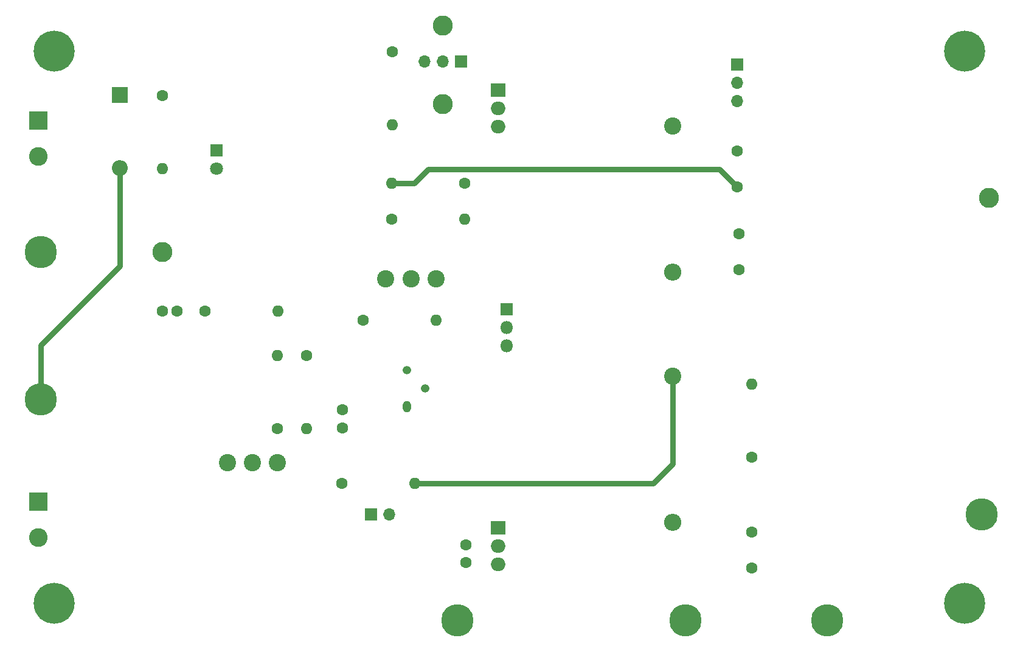
<source format=gbr>
%TF.GenerationSoftware,KiCad,Pcbnew,(7.0.0)*%
%TF.CreationDate,2023-03-04T17:30:07+02:00*%
%TF.ProjectId,amplif de putere,616d706c-6966-4206-9465-207075746572,rev?*%
%TF.SameCoordinates,Original*%
%TF.FileFunction,Copper,L2,Bot*%
%TF.FilePolarity,Positive*%
%FSLAX46Y46*%
G04 Gerber Fmt 4.6, Leading zero omitted, Abs format (unit mm)*
G04 Created by KiCad (PCBNEW (7.0.0)) date 2023-03-04 17:30:07*
%MOMM*%
%LPD*%
G01*
G04 APERTURE LIST*
%TA.AperFunction,ComponentPad*%
%ADD10R,1.800000X1.800000*%
%TD*%
%TA.AperFunction,ComponentPad*%
%ADD11C,1.800000*%
%TD*%
%TA.AperFunction,ComponentPad*%
%ADD12C,1.600000*%
%TD*%
%TA.AperFunction,ComponentPad*%
%ADD13O,1.600000X1.600000*%
%TD*%
%TA.AperFunction,ConnectorPad*%
%ADD14C,5.700000*%
%TD*%
%TA.AperFunction,ComponentPad*%
%ADD15C,3.600000*%
%TD*%
%TA.AperFunction,ComponentPad*%
%ADD16C,2.400000*%
%TD*%
%TA.AperFunction,ComponentPad*%
%ADD17C,4.500000*%
%TD*%
%TA.AperFunction,ComponentPad*%
%ADD18O,2.400000X2.400000*%
%TD*%
%TA.AperFunction,ComponentPad*%
%ADD19R,1.700000X1.700000*%
%TD*%
%TA.AperFunction,ComponentPad*%
%ADD20O,1.700000X1.700000*%
%TD*%
%TA.AperFunction,ComponentPad*%
%ADD21C,2.800000*%
%TD*%
%TA.AperFunction,ComponentPad*%
%ADD22R,2.000000X1.905000*%
%TD*%
%TA.AperFunction,ComponentPad*%
%ADD23O,2.000000X1.905000*%
%TD*%
%TA.AperFunction,ComponentPad*%
%ADD24R,2.600000X2.600000*%
%TD*%
%TA.AperFunction,ComponentPad*%
%ADD25C,2.600000*%
%TD*%
%TA.AperFunction,ComponentPad*%
%ADD26R,2.200000X2.200000*%
%TD*%
%TA.AperFunction,ComponentPad*%
%ADD27O,2.200000X2.200000*%
%TD*%
%TA.AperFunction,ComponentPad*%
%ADD28O,1.800000X1.800000*%
%TD*%
%TA.AperFunction,ComponentPad*%
%ADD29O,1.200000X1.600000*%
%TD*%
%TA.AperFunction,ComponentPad*%
%ADD30O,1.200000X1.200000*%
%TD*%
%TA.AperFunction,Conductor*%
%ADD31C,0.800000*%
%TD*%
G04 APERTURE END LIST*
D10*
%TO.P,D1,1,K*%
%TO.N,GND*%
X110485874Y-70368924D03*
D11*
%TO.P,D1,2,A*%
%TO.N,Net-(D1-Pad2)*%
X110485875Y-72908925D03*
%TD*%
D12*
%TO.P,C3,1*%
%TO.N,Net-(C3-Pad1)*%
X183250000Y-87000000D03*
%TO.P,C3,2*%
%TO.N,Net-(C3-Pad2)*%
X183250000Y-82000000D03*
%TD*%
%TO.P,R2,1*%
%TO.N,Net-(P2-Pad1)*%
X119000000Y-109080000D03*
D13*
%TO.P,R2,2*%
%TO.N,Net-(Ccmp1-Pad2)*%
X118999999Y-98919999D03*
%TD*%
D14*
%TO.P,H1,1*%
%TO.N,N/C*%
X214680000Y-133400000D03*
D15*
X214680000Y-133400000D03*
%TD*%
D16*
%TO.P,P2,1,1*%
%TO.N,Net-(P2-Pad1)*%
X118989602Y-113802184D03*
%TO.P,P2,2,2*%
X115489602Y-113802184D03*
%TO.P,P2,3,3*%
%TO.N,GND*%
X111989602Y-113802184D03*
%TD*%
D14*
%TO.P,H3,1*%
%TO.N,N/C*%
X214680000Y-56600000D03*
D15*
X214680000Y-56600000D03*
%TD*%
D17*
%TO.P,TP8,1,1*%
%TO.N,GND*%
X144000000Y-135750000D03*
%TD*%
D15*
%TO.P,H4,1*%
%TO.N,N/C*%
X87880000Y-133400000D03*
D14*
X87880000Y-133400000D03*
%TD*%
D16*
%TO.P,R9,1*%
%TO.N,Net-(C3-Pad1)*%
X174000000Y-101840000D03*
D18*
%TO.P,R9,2*%
%TO.N,Net-(Q3-Pad2)*%
X173999999Y-122159999D03*
%TD*%
D16*
%TO.P,R8,1*%
%TO.N,Net-(Q2-Pad3)*%
X174000000Y-67000000D03*
D18*
%TO.P,R8,2*%
%TO.N,Net-(C3-Pad1)*%
X173999999Y-87319999D03*
%TD*%
D17*
%TO.P,TP7,1,1*%
%TO.N,GND*%
X217000000Y-121000000D03*
%TD*%
D12*
%TO.P,R4,1*%
%TO.N,Net-(Ccmp2-Pad2)*%
X130920000Y-94000000D03*
D13*
%TO.P,R4,2*%
%TO.N,Net-(P1-Pad3)*%
X141079999Y-93999999D03*
%TD*%
D19*
%TO.P,J1,1,Pin_1*%
%TO.N,Net-(C3-Pad1)*%
X182999999Y-58474999D03*
D20*
%TO.P,J1,2,Pin_2*%
X182999999Y-61014999D03*
%TO.P,J1,3,Pin_3*%
%TO.N,Net-(C2-Pad2)*%
X182999999Y-63554999D03*
%TD*%
D17*
%TO.P,TP6,1,1*%
%TO.N,GND*%
X86000000Y-105000000D03*
%TD*%
D21*
%TO.P,TP4,1,1*%
%TO.N,Net-(C3-Pad2)*%
X218000000Y-77000000D03*
%TD*%
D17*
%TO.P,TP9,1,1*%
%TO.N,GND*%
X175750000Y-135750000D03*
%TD*%
D12*
%TO.P,C1,1*%
%TO.N,IN*%
X103000000Y-92750000D03*
%TO.P,C1,2*%
%TO.N,Net-(C1-Pad2)*%
X105000000Y-92750000D03*
%TD*%
%TO.P,R7,1*%
%TO.N,VDC*%
X135000000Y-56670000D03*
D13*
%TO.P,R7,2*%
%TO.N,Net-(C2-Pad1)*%
X134999999Y-66829999D03*
%TD*%
D21*
%TO.P,TP2,1,1*%
%TO.N,VDC*%
X142000000Y-53000000D03*
%TD*%
D12*
%TO.P,R1,1*%
%TO.N,Net-(C1-Pad2)*%
X108920000Y-92750000D03*
D13*
%TO.P,R1,2*%
%TO.N,Net-(Ccmp1-Pad2)*%
X119079999Y-92749999D03*
%TD*%
D12*
%TO.P,R10,1*%
%TO.N,VDC*%
X103000000Y-62744485D03*
D13*
%TO.P,R10,2*%
%TO.N,Net-(D1-Pad2)*%
X102999999Y-72904484D03*
%TD*%
D22*
%TO.P,Q3,1,B*%
%TO.N,Net-(Ccmp2-Pad2)*%
X149729999Y-122919999D03*
D23*
%TO.P,Q3,2,C*%
%TO.N,Net-(Q3-Pad2)*%
X149729999Y-125459999D03*
%TO.P,Q3,3,E*%
%TO.N,GND*%
X149729999Y-127999999D03*
%TD*%
D24*
%TO.P,J5,1,Pin_1*%
%TO.N,GND*%
X85694999Y-119249999D03*
D25*
%TO.P,J5,2,Pin_2*%
X85695000Y-124250000D03*
%TD*%
D16*
%TO.P,P1,1,1*%
%TO.N,Net-(P1-Pad1)*%
X134055906Y-88264202D03*
%TO.P,P1,2,2*%
X137555906Y-88264202D03*
%TO.P,P1,3,3*%
%TO.N,Net-(P1-Pad3)*%
X141055906Y-88264202D03*
%TD*%
D12*
%TO.P,Rcmp2,1*%
%TO.N,Net-(Ccmp3-Pad2)*%
X185000000Y-113080000D03*
D13*
%TO.P,Rcmp2,2*%
%TO.N,Net-(C3-Pad2)*%
X184999999Y-102919999D03*
%TD*%
D21*
%TO.P,TP1,1,1*%
%TO.N,IN*%
X103000000Y-84500000D03*
%TD*%
D12*
%TO.P,C2,1*%
%TO.N,Net-(C2-Pad1)*%
X183000000Y-75500000D03*
%TO.P,C2,2*%
%TO.N,Net-(C2-Pad2)*%
X183000000Y-70500000D03*
%TD*%
D26*
%TO.P,D2,1,K*%
%TO.N,VDC*%
X96999999Y-62669999D03*
D27*
%TO.P,D2,2,A*%
%TO.N,GND*%
X96999999Y-72829999D03*
%TD*%
D12*
%TO.P,R5,1*%
%TO.N,Net-(P1-Pad1)*%
X134920000Y-80000000D03*
D13*
%TO.P,R5,2*%
%TO.N,Net-(Q2-Pad1)*%
X145079999Y-79999999D03*
%TD*%
D14*
%TO.P,H2,1*%
%TO.N,N/C*%
X87880000Y-56600000D03*
D15*
X87880000Y-56600000D03*
%TD*%
D12*
%TO.P,Ccmp2,1*%
%TO.N,GND*%
X145250000Y-127750000D03*
%TO.P,Ccmp2,2*%
%TO.N,Net-(Ccmp2-Pad2)*%
X145250000Y-125250000D03*
%TD*%
%TO.P,R6,1*%
%TO.N,Net-(Q2-Pad1)*%
X145080000Y-75000000D03*
D13*
%TO.P,R6,2*%
%TO.N,Net-(C2-Pad1)*%
X134919999Y-74999999D03*
%TD*%
D10*
%TO.P,Q4,1,E*%
%TO.N,Net-(Ccmp2-Pad2)*%
X150879999Y-92459999D03*
D28*
%TO.P,Q4,2,C*%
%TO.N,Net-(Q2-Pad1)*%
X150879999Y-94999999D03*
%TO.P,Q4,3,B*%
%TO.N,Net-(P1-Pad3)*%
X150879999Y-97539999D03*
%TD*%
D12*
%TO.P,R3,1*%
%TO.N,Net-(Ccmp1-Pad2)*%
X123000000Y-98920000D03*
D13*
%TO.P,R3,2*%
%TO.N,Net-(Ccmp1-Pad1)*%
X122999999Y-109079999D03*
%TD*%
D17*
%TO.P,TP5,1,1*%
%TO.N,GND*%
X195500000Y-135750000D03*
%TD*%
D19*
%TO.P,J3,1,Pin_1*%
%TO.N,Net-(Ccmp1-Pad1)*%
X131999999Y-120999999D03*
D20*
%TO.P,J3,2,Pin_2*%
%TO.N,Net-(C3-Pad1)*%
X134539999Y-120999999D03*
%TD*%
D12*
%TO.P,Ccmp3,1*%
%TO.N,GND*%
X185000000Y-128500000D03*
%TO.P,Ccmp3,2*%
%TO.N,Net-(Ccmp3-Pad2)*%
X185000000Y-123500000D03*
%TD*%
D24*
%TO.P,J4,1,Pin_1*%
%TO.N,VDC*%
X85694999Y-66249999D03*
D25*
%TO.P,J4,2,Pin_2*%
X85695000Y-71250000D03*
%TD*%
D19*
%TO.P,J2,1,Pin_1*%
%TO.N,Net-(J2-Pad1)*%
X144499999Y-57999999D03*
D20*
%TO.P,J2,2,Pin_2*%
%TO.N,VDC*%
X141959999Y-57999999D03*
%TO.P,J2,3,Pin_3*%
X139419999Y-57999999D03*
%TD*%
D21*
%TO.P,TP3,1,1*%
%TO.N,Net-(J2-Pad1)*%
X141975000Y-64000000D03*
%TD*%
D17*
%TO.P,J6,1,Pin_1*%
%TO.N,IN*%
X86029188Y-84500000D03*
%TD*%
D12*
%TO.P,Rcmp1,1*%
%TO.N,Net-(Ccmp1-Pad1)*%
X127920000Y-116750000D03*
D13*
%TO.P,Rcmp1,2*%
%TO.N,Net-(C3-Pad1)*%
X138079999Y-116749999D03*
%TD*%
D12*
%TO.P,Ccmp1,1*%
%TO.N,Net-(Ccmp1-Pad1)*%
X128000000Y-109000000D03*
%TO.P,Ccmp1,2*%
%TO.N,Net-(Ccmp1-Pad2)*%
X128000000Y-106500000D03*
%TD*%
D29*
%TO.P,Q1,1,E*%
%TO.N,GND*%
X136999999Y-105999999D03*
D30*
%TO.P,Q1,2,B*%
%TO.N,Net-(Ccmp1-Pad2)*%
X139539999Y-103459999D03*
%TO.P,Q1,3,C*%
%TO.N,Net-(Ccmp2-Pad2)*%
X136999999Y-100919999D03*
%TD*%
D22*
%TO.P,Q2,1,B*%
%TO.N,Net-(Q2-Pad1)*%
X149729999Y-61999999D03*
D23*
%TO.P,Q2,2,C*%
%TO.N,Net-(J2-Pad1)*%
X149729999Y-64539999D03*
%TO.P,Q2,3,E*%
%TO.N,Net-(Q2-Pad3)*%
X149729999Y-67079999D03*
%TD*%
D31*
%TO.N,GND*%
X97000000Y-86500000D02*
X97000000Y-72830000D01*
X86000000Y-97500000D02*
X97000000Y-86500000D01*
X86000000Y-105000000D02*
X86000000Y-97500000D01*
%TO.N,Net-(C2-Pad1)*%
X138000000Y-75000000D02*
X134920000Y-75000000D01*
X140000000Y-73000000D02*
X138000000Y-75000000D01*
X183000000Y-75500000D02*
X180500000Y-73000000D01*
X180500000Y-73000000D02*
X140000000Y-73000000D01*
%TO.N,Net-(C3-Pad1)*%
X171250000Y-116750000D02*
X138080000Y-116750000D01*
X174000000Y-101840000D02*
X174000000Y-114000000D01*
X174000000Y-114000000D02*
X171250000Y-116750000D01*
%TD*%
M02*

</source>
